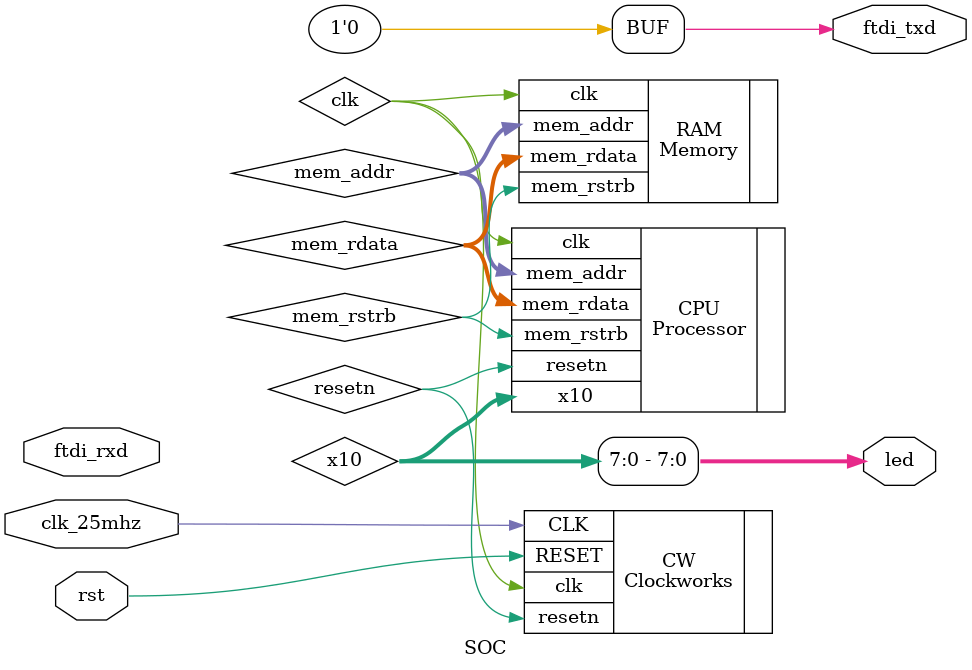
<source format=v>
/**
 * Paso 14: Creando un procesador RISC-V
 *         Subrutinas 2 (usando pseudo-instrucciones RISC-V)
 * Listo*
 */

`default_nettype none
`include "../paso02/clockworks.v"

`include "memoria_paso14.v"
`include "procesador_paso14.v"

module SOC (
    input  clk_25mhz,   // reloj de sistema 
    input  rst,         // boton de reset
    output [7:0] led,   // LEDs de sistema (en la placa)
    input  ftdi_rxd,    // recepcion de data UART 
    output ftdi_txd     // transmision de data UART
);

    wire clk;
    wire resetn;

    Memory RAM(
        .clk(clk),
        .mem_addr(mem_addr),
        .mem_rdata(mem_rdata),
        .mem_rstrb(mem_rstrb)
    );

    wire [31:0] mem_addr;
    wire [31:0] mem_rdata;
    wire mem_rstrb;
    wire [31:0] x10;

    Processor CPU(
        .clk(clk),
        .resetn(resetn),
        .mem_addr(mem_addr),
        .mem_rdata(mem_rdata),
        .mem_rstrb(mem_rstrb),
        .x10(x10)
    );

    assign led = x10[7:0];

    // Gearbox and reset circuitry.
    Clockworks CW(
        .CLK(clk_25mhz),
        .RESET(rst),
        .clk(clk),
        .resetn(resetn)
    );

    assign ftdi_txd  = 1'b0; // not used for now
endmodule
</source>
